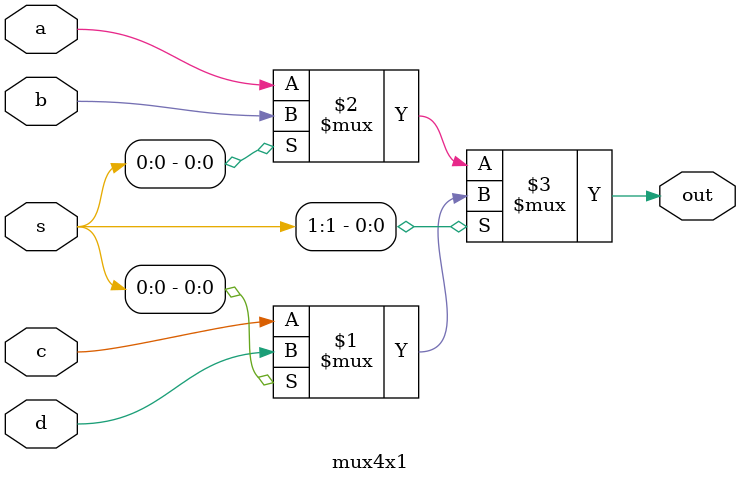
<source format=sv>
`timescale 1ns / 1ps


module mux4x1 (
input a,b,c,d,
input [1:0] s,
output out
);

assign out = s[1]?(s[0]?d:c) : (s[0]?b:a);

endmodule

</source>
